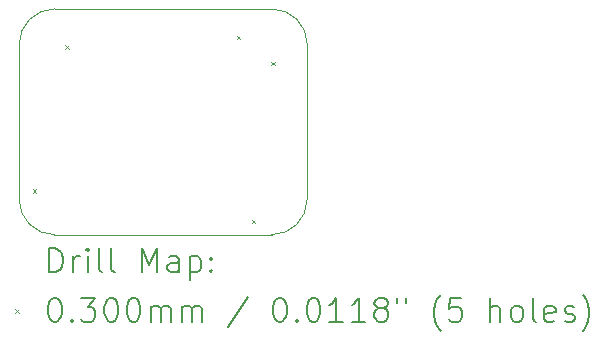
<source format=gbr>
%TF.GenerationSoftware,KiCad,Pcbnew,8.0.3*%
%TF.CreationDate,2025-03-09T13:34:37-05:00*%
%TF.ProjectId,HearingAid_RightV3,48656172-696e-4674-9169-645f52696768,rev?*%
%TF.SameCoordinates,Original*%
%TF.FileFunction,Drillmap*%
%TF.FilePolarity,Positive*%
%FSLAX45Y45*%
G04 Gerber Fmt 4.5, Leading zero omitted, Abs format (unit mm)*
G04 Created by KiCad (PCBNEW 8.0.3) date 2025-03-09 13:34:37*
%MOMM*%
%LPD*%
G01*
G04 APERTURE LIST*
%ADD10C,0.100000*%
%ADD11C,0.200000*%
G04 APERTURE END LIST*
D10*
X12504736Y-6095000D02*
X12504736Y-6095000D01*
G75*
G02*
X12804736Y-6395000I4J-300000D01*
G01*
X12803736Y-7706736D01*
G75*
G02*
X12503736Y-8006736I-299996J-4D01*
G01*
X10664202Y-8006202D01*
G75*
G02*
X10364868Y-7706868I-2J299332D01*
G01*
X10365000Y-6395000D01*
G75*
G02*
X10665000Y-6095000I300000J0D01*
G01*
X12504736Y-6095000D01*
D11*
D10*
X10480000Y-7620000D02*
X10510000Y-7650000D01*
X10510000Y-7620000D02*
X10480000Y-7650000D01*
X10755000Y-6403000D02*
X10785000Y-6433000D01*
X10785000Y-6403000D02*
X10755000Y-6433000D01*
X12207000Y-6323000D02*
X12237000Y-6353000D01*
X12237000Y-6323000D02*
X12207000Y-6353000D01*
X12333000Y-7878000D02*
X12363000Y-7908000D01*
X12363000Y-7878000D02*
X12333000Y-7908000D01*
X12500000Y-6542000D02*
X12530000Y-6572000D01*
X12530000Y-6542000D02*
X12500000Y-6572000D01*
D11*
X10620645Y-8323220D02*
X10620645Y-8123220D01*
X10620645Y-8123220D02*
X10668264Y-8123220D01*
X10668264Y-8123220D02*
X10696835Y-8132744D01*
X10696835Y-8132744D02*
X10715883Y-8151791D01*
X10715883Y-8151791D02*
X10725407Y-8170839D01*
X10725407Y-8170839D02*
X10734931Y-8208934D01*
X10734931Y-8208934D02*
X10734931Y-8237505D01*
X10734931Y-8237505D02*
X10725407Y-8275601D01*
X10725407Y-8275601D02*
X10715883Y-8294648D01*
X10715883Y-8294648D02*
X10696835Y-8313696D01*
X10696835Y-8313696D02*
X10668264Y-8323220D01*
X10668264Y-8323220D02*
X10620645Y-8323220D01*
X10820645Y-8323220D02*
X10820645Y-8189886D01*
X10820645Y-8227982D02*
X10830169Y-8208934D01*
X10830169Y-8208934D02*
X10839692Y-8199410D01*
X10839692Y-8199410D02*
X10858740Y-8189886D01*
X10858740Y-8189886D02*
X10877788Y-8189886D01*
X10944454Y-8323220D02*
X10944454Y-8189886D01*
X10944454Y-8123220D02*
X10934931Y-8132744D01*
X10934931Y-8132744D02*
X10944454Y-8142267D01*
X10944454Y-8142267D02*
X10953978Y-8132744D01*
X10953978Y-8132744D02*
X10944454Y-8123220D01*
X10944454Y-8123220D02*
X10944454Y-8142267D01*
X11068264Y-8323220D02*
X11049216Y-8313696D01*
X11049216Y-8313696D02*
X11039692Y-8294648D01*
X11039692Y-8294648D02*
X11039692Y-8123220D01*
X11173026Y-8323220D02*
X11153978Y-8313696D01*
X11153978Y-8313696D02*
X11144454Y-8294648D01*
X11144454Y-8294648D02*
X11144454Y-8123220D01*
X11401597Y-8323220D02*
X11401597Y-8123220D01*
X11401597Y-8123220D02*
X11468264Y-8266077D01*
X11468264Y-8266077D02*
X11534930Y-8123220D01*
X11534930Y-8123220D02*
X11534930Y-8323220D01*
X11715883Y-8323220D02*
X11715883Y-8218458D01*
X11715883Y-8218458D02*
X11706359Y-8199410D01*
X11706359Y-8199410D02*
X11687311Y-8189886D01*
X11687311Y-8189886D02*
X11649216Y-8189886D01*
X11649216Y-8189886D02*
X11630169Y-8199410D01*
X11715883Y-8313696D02*
X11696835Y-8323220D01*
X11696835Y-8323220D02*
X11649216Y-8323220D01*
X11649216Y-8323220D02*
X11630169Y-8313696D01*
X11630169Y-8313696D02*
X11620645Y-8294648D01*
X11620645Y-8294648D02*
X11620645Y-8275601D01*
X11620645Y-8275601D02*
X11630169Y-8256553D01*
X11630169Y-8256553D02*
X11649216Y-8247029D01*
X11649216Y-8247029D02*
X11696835Y-8247029D01*
X11696835Y-8247029D02*
X11715883Y-8237505D01*
X11811121Y-8189886D02*
X11811121Y-8389886D01*
X11811121Y-8199410D02*
X11830169Y-8189886D01*
X11830169Y-8189886D02*
X11868264Y-8189886D01*
X11868264Y-8189886D02*
X11887311Y-8199410D01*
X11887311Y-8199410D02*
X11896835Y-8208934D01*
X11896835Y-8208934D02*
X11906359Y-8227982D01*
X11906359Y-8227982D02*
X11906359Y-8285124D01*
X11906359Y-8285124D02*
X11896835Y-8304172D01*
X11896835Y-8304172D02*
X11887311Y-8313696D01*
X11887311Y-8313696D02*
X11868264Y-8323220D01*
X11868264Y-8323220D02*
X11830169Y-8323220D01*
X11830169Y-8323220D02*
X11811121Y-8313696D01*
X11992073Y-8304172D02*
X12001597Y-8313696D01*
X12001597Y-8313696D02*
X11992073Y-8323220D01*
X11992073Y-8323220D02*
X11982550Y-8313696D01*
X11982550Y-8313696D02*
X11992073Y-8304172D01*
X11992073Y-8304172D02*
X11992073Y-8323220D01*
X11992073Y-8199410D02*
X12001597Y-8208934D01*
X12001597Y-8208934D02*
X11992073Y-8218458D01*
X11992073Y-8218458D02*
X11982550Y-8208934D01*
X11982550Y-8208934D02*
X11992073Y-8199410D01*
X11992073Y-8199410D02*
X11992073Y-8218458D01*
D10*
X10329868Y-8636736D02*
X10359868Y-8666736D01*
X10359868Y-8636736D02*
X10329868Y-8666736D01*
D11*
X10658740Y-8543220D02*
X10677788Y-8543220D01*
X10677788Y-8543220D02*
X10696835Y-8552744D01*
X10696835Y-8552744D02*
X10706359Y-8562267D01*
X10706359Y-8562267D02*
X10715883Y-8581315D01*
X10715883Y-8581315D02*
X10725407Y-8619410D01*
X10725407Y-8619410D02*
X10725407Y-8667029D01*
X10725407Y-8667029D02*
X10715883Y-8705125D01*
X10715883Y-8705125D02*
X10706359Y-8724172D01*
X10706359Y-8724172D02*
X10696835Y-8733696D01*
X10696835Y-8733696D02*
X10677788Y-8743220D01*
X10677788Y-8743220D02*
X10658740Y-8743220D01*
X10658740Y-8743220D02*
X10639692Y-8733696D01*
X10639692Y-8733696D02*
X10630169Y-8724172D01*
X10630169Y-8724172D02*
X10620645Y-8705125D01*
X10620645Y-8705125D02*
X10611121Y-8667029D01*
X10611121Y-8667029D02*
X10611121Y-8619410D01*
X10611121Y-8619410D02*
X10620645Y-8581315D01*
X10620645Y-8581315D02*
X10630169Y-8562267D01*
X10630169Y-8562267D02*
X10639692Y-8552744D01*
X10639692Y-8552744D02*
X10658740Y-8543220D01*
X10811121Y-8724172D02*
X10820645Y-8733696D01*
X10820645Y-8733696D02*
X10811121Y-8743220D01*
X10811121Y-8743220D02*
X10801597Y-8733696D01*
X10801597Y-8733696D02*
X10811121Y-8724172D01*
X10811121Y-8724172D02*
X10811121Y-8743220D01*
X10887312Y-8543220D02*
X11011121Y-8543220D01*
X11011121Y-8543220D02*
X10944454Y-8619410D01*
X10944454Y-8619410D02*
X10973026Y-8619410D01*
X10973026Y-8619410D02*
X10992073Y-8628934D01*
X10992073Y-8628934D02*
X11001597Y-8638458D01*
X11001597Y-8638458D02*
X11011121Y-8657506D01*
X11011121Y-8657506D02*
X11011121Y-8705125D01*
X11011121Y-8705125D02*
X11001597Y-8724172D01*
X11001597Y-8724172D02*
X10992073Y-8733696D01*
X10992073Y-8733696D02*
X10973026Y-8743220D01*
X10973026Y-8743220D02*
X10915883Y-8743220D01*
X10915883Y-8743220D02*
X10896835Y-8733696D01*
X10896835Y-8733696D02*
X10887312Y-8724172D01*
X11134931Y-8543220D02*
X11153978Y-8543220D01*
X11153978Y-8543220D02*
X11173026Y-8552744D01*
X11173026Y-8552744D02*
X11182550Y-8562267D01*
X11182550Y-8562267D02*
X11192073Y-8581315D01*
X11192073Y-8581315D02*
X11201597Y-8619410D01*
X11201597Y-8619410D02*
X11201597Y-8667029D01*
X11201597Y-8667029D02*
X11192073Y-8705125D01*
X11192073Y-8705125D02*
X11182550Y-8724172D01*
X11182550Y-8724172D02*
X11173026Y-8733696D01*
X11173026Y-8733696D02*
X11153978Y-8743220D01*
X11153978Y-8743220D02*
X11134931Y-8743220D01*
X11134931Y-8743220D02*
X11115883Y-8733696D01*
X11115883Y-8733696D02*
X11106359Y-8724172D01*
X11106359Y-8724172D02*
X11096835Y-8705125D01*
X11096835Y-8705125D02*
X11087312Y-8667029D01*
X11087312Y-8667029D02*
X11087312Y-8619410D01*
X11087312Y-8619410D02*
X11096835Y-8581315D01*
X11096835Y-8581315D02*
X11106359Y-8562267D01*
X11106359Y-8562267D02*
X11115883Y-8552744D01*
X11115883Y-8552744D02*
X11134931Y-8543220D01*
X11325407Y-8543220D02*
X11344454Y-8543220D01*
X11344454Y-8543220D02*
X11363502Y-8552744D01*
X11363502Y-8552744D02*
X11373026Y-8562267D01*
X11373026Y-8562267D02*
X11382550Y-8581315D01*
X11382550Y-8581315D02*
X11392073Y-8619410D01*
X11392073Y-8619410D02*
X11392073Y-8667029D01*
X11392073Y-8667029D02*
X11382550Y-8705125D01*
X11382550Y-8705125D02*
X11373026Y-8724172D01*
X11373026Y-8724172D02*
X11363502Y-8733696D01*
X11363502Y-8733696D02*
X11344454Y-8743220D01*
X11344454Y-8743220D02*
X11325407Y-8743220D01*
X11325407Y-8743220D02*
X11306359Y-8733696D01*
X11306359Y-8733696D02*
X11296835Y-8724172D01*
X11296835Y-8724172D02*
X11287311Y-8705125D01*
X11287311Y-8705125D02*
X11277788Y-8667029D01*
X11277788Y-8667029D02*
X11277788Y-8619410D01*
X11277788Y-8619410D02*
X11287311Y-8581315D01*
X11287311Y-8581315D02*
X11296835Y-8562267D01*
X11296835Y-8562267D02*
X11306359Y-8552744D01*
X11306359Y-8552744D02*
X11325407Y-8543220D01*
X11477788Y-8743220D02*
X11477788Y-8609886D01*
X11477788Y-8628934D02*
X11487311Y-8619410D01*
X11487311Y-8619410D02*
X11506359Y-8609886D01*
X11506359Y-8609886D02*
X11534931Y-8609886D01*
X11534931Y-8609886D02*
X11553978Y-8619410D01*
X11553978Y-8619410D02*
X11563502Y-8638458D01*
X11563502Y-8638458D02*
X11563502Y-8743220D01*
X11563502Y-8638458D02*
X11573026Y-8619410D01*
X11573026Y-8619410D02*
X11592073Y-8609886D01*
X11592073Y-8609886D02*
X11620645Y-8609886D01*
X11620645Y-8609886D02*
X11639692Y-8619410D01*
X11639692Y-8619410D02*
X11649216Y-8638458D01*
X11649216Y-8638458D02*
X11649216Y-8743220D01*
X11744454Y-8743220D02*
X11744454Y-8609886D01*
X11744454Y-8628934D02*
X11753978Y-8619410D01*
X11753978Y-8619410D02*
X11773026Y-8609886D01*
X11773026Y-8609886D02*
X11801597Y-8609886D01*
X11801597Y-8609886D02*
X11820645Y-8619410D01*
X11820645Y-8619410D02*
X11830169Y-8638458D01*
X11830169Y-8638458D02*
X11830169Y-8743220D01*
X11830169Y-8638458D02*
X11839692Y-8619410D01*
X11839692Y-8619410D02*
X11858740Y-8609886D01*
X11858740Y-8609886D02*
X11887311Y-8609886D01*
X11887311Y-8609886D02*
X11906359Y-8619410D01*
X11906359Y-8619410D02*
X11915883Y-8638458D01*
X11915883Y-8638458D02*
X11915883Y-8743220D01*
X12306359Y-8533696D02*
X12134931Y-8790839D01*
X12563502Y-8543220D02*
X12582550Y-8543220D01*
X12582550Y-8543220D02*
X12601597Y-8552744D01*
X12601597Y-8552744D02*
X12611121Y-8562267D01*
X12611121Y-8562267D02*
X12620645Y-8581315D01*
X12620645Y-8581315D02*
X12630169Y-8619410D01*
X12630169Y-8619410D02*
X12630169Y-8667029D01*
X12630169Y-8667029D02*
X12620645Y-8705125D01*
X12620645Y-8705125D02*
X12611121Y-8724172D01*
X12611121Y-8724172D02*
X12601597Y-8733696D01*
X12601597Y-8733696D02*
X12582550Y-8743220D01*
X12582550Y-8743220D02*
X12563502Y-8743220D01*
X12563502Y-8743220D02*
X12544454Y-8733696D01*
X12544454Y-8733696D02*
X12534931Y-8724172D01*
X12534931Y-8724172D02*
X12525407Y-8705125D01*
X12525407Y-8705125D02*
X12515883Y-8667029D01*
X12515883Y-8667029D02*
X12515883Y-8619410D01*
X12515883Y-8619410D02*
X12525407Y-8581315D01*
X12525407Y-8581315D02*
X12534931Y-8562267D01*
X12534931Y-8562267D02*
X12544454Y-8552744D01*
X12544454Y-8552744D02*
X12563502Y-8543220D01*
X12715883Y-8724172D02*
X12725407Y-8733696D01*
X12725407Y-8733696D02*
X12715883Y-8743220D01*
X12715883Y-8743220D02*
X12706359Y-8733696D01*
X12706359Y-8733696D02*
X12715883Y-8724172D01*
X12715883Y-8724172D02*
X12715883Y-8743220D01*
X12849216Y-8543220D02*
X12868264Y-8543220D01*
X12868264Y-8543220D02*
X12887312Y-8552744D01*
X12887312Y-8552744D02*
X12896835Y-8562267D01*
X12896835Y-8562267D02*
X12906359Y-8581315D01*
X12906359Y-8581315D02*
X12915883Y-8619410D01*
X12915883Y-8619410D02*
X12915883Y-8667029D01*
X12915883Y-8667029D02*
X12906359Y-8705125D01*
X12906359Y-8705125D02*
X12896835Y-8724172D01*
X12896835Y-8724172D02*
X12887312Y-8733696D01*
X12887312Y-8733696D02*
X12868264Y-8743220D01*
X12868264Y-8743220D02*
X12849216Y-8743220D01*
X12849216Y-8743220D02*
X12830169Y-8733696D01*
X12830169Y-8733696D02*
X12820645Y-8724172D01*
X12820645Y-8724172D02*
X12811121Y-8705125D01*
X12811121Y-8705125D02*
X12801597Y-8667029D01*
X12801597Y-8667029D02*
X12801597Y-8619410D01*
X12801597Y-8619410D02*
X12811121Y-8581315D01*
X12811121Y-8581315D02*
X12820645Y-8562267D01*
X12820645Y-8562267D02*
X12830169Y-8552744D01*
X12830169Y-8552744D02*
X12849216Y-8543220D01*
X13106359Y-8743220D02*
X12992074Y-8743220D01*
X13049216Y-8743220D02*
X13049216Y-8543220D01*
X13049216Y-8543220D02*
X13030169Y-8571791D01*
X13030169Y-8571791D02*
X13011121Y-8590839D01*
X13011121Y-8590839D02*
X12992074Y-8600363D01*
X13296835Y-8743220D02*
X13182550Y-8743220D01*
X13239693Y-8743220D02*
X13239693Y-8543220D01*
X13239693Y-8543220D02*
X13220645Y-8571791D01*
X13220645Y-8571791D02*
X13201597Y-8590839D01*
X13201597Y-8590839D02*
X13182550Y-8600363D01*
X13411121Y-8628934D02*
X13392074Y-8619410D01*
X13392074Y-8619410D02*
X13382550Y-8609886D01*
X13382550Y-8609886D02*
X13373026Y-8590839D01*
X13373026Y-8590839D02*
X13373026Y-8581315D01*
X13373026Y-8581315D02*
X13382550Y-8562267D01*
X13382550Y-8562267D02*
X13392074Y-8552744D01*
X13392074Y-8552744D02*
X13411121Y-8543220D01*
X13411121Y-8543220D02*
X13449216Y-8543220D01*
X13449216Y-8543220D02*
X13468264Y-8552744D01*
X13468264Y-8552744D02*
X13477788Y-8562267D01*
X13477788Y-8562267D02*
X13487312Y-8581315D01*
X13487312Y-8581315D02*
X13487312Y-8590839D01*
X13487312Y-8590839D02*
X13477788Y-8609886D01*
X13477788Y-8609886D02*
X13468264Y-8619410D01*
X13468264Y-8619410D02*
X13449216Y-8628934D01*
X13449216Y-8628934D02*
X13411121Y-8628934D01*
X13411121Y-8628934D02*
X13392074Y-8638458D01*
X13392074Y-8638458D02*
X13382550Y-8647982D01*
X13382550Y-8647982D02*
X13373026Y-8667029D01*
X13373026Y-8667029D02*
X13373026Y-8705125D01*
X13373026Y-8705125D02*
X13382550Y-8724172D01*
X13382550Y-8724172D02*
X13392074Y-8733696D01*
X13392074Y-8733696D02*
X13411121Y-8743220D01*
X13411121Y-8743220D02*
X13449216Y-8743220D01*
X13449216Y-8743220D02*
X13468264Y-8733696D01*
X13468264Y-8733696D02*
X13477788Y-8724172D01*
X13477788Y-8724172D02*
X13487312Y-8705125D01*
X13487312Y-8705125D02*
X13487312Y-8667029D01*
X13487312Y-8667029D02*
X13477788Y-8647982D01*
X13477788Y-8647982D02*
X13468264Y-8638458D01*
X13468264Y-8638458D02*
X13449216Y-8628934D01*
X13563502Y-8543220D02*
X13563502Y-8581315D01*
X13639693Y-8543220D02*
X13639693Y-8581315D01*
X13934931Y-8819410D02*
X13925407Y-8809886D01*
X13925407Y-8809886D02*
X13906359Y-8781315D01*
X13906359Y-8781315D02*
X13896836Y-8762267D01*
X13896836Y-8762267D02*
X13887312Y-8733696D01*
X13887312Y-8733696D02*
X13877788Y-8686077D01*
X13877788Y-8686077D02*
X13877788Y-8647982D01*
X13877788Y-8647982D02*
X13887312Y-8600363D01*
X13887312Y-8600363D02*
X13896836Y-8571791D01*
X13896836Y-8571791D02*
X13906359Y-8552744D01*
X13906359Y-8552744D02*
X13925407Y-8524172D01*
X13925407Y-8524172D02*
X13934931Y-8514648D01*
X14106359Y-8543220D02*
X14011121Y-8543220D01*
X14011121Y-8543220D02*
X14001597Y-8638458D01*
X14001597Y-8638458D02*
X14011121Y-8628934D01*
X14011121Y-8628934D02*
X14030169Y-8619410D01*
X14030169Y-8619410D02*
X14077788Y-8619410D01*
X14077788Y-8619410D02*
X14096836Y-8628934D01*
X14096836Y-8628934D02*
X14106359Y-8638458D01*
X14106359Y-8638458D02*
X14115883Y-8657506D01*
X14115883Y-8657506D02*
X14115883Y-8705125D01*
X14115883Y-8705125D02*
X14106359Y-8724172D01*
X14106359Y-8724172D02*
X14096836Y-8733696D01*
X14096836Y-8733696D02*
X14077788Y-8743220D01*
X14077788Y-8743220D02*
X14030169Y-8743220D01*
X14030169Y-8743220D02*
X14011121Y-8733696D01*
X14011121Y-8733696D02*
X14001597Y-8724172D01*
X14353978Y-8743220D02*
X14353978Y-8543220D01*
X14439693Y-8743220D02*
X14439693Y-8638458D01*
X14439693Y-8638458D02*
X14430169Y-8619410D01*
X14430169Y-8619410D02*
X14411121Y-8609886D01*
X14411121Y-8609886D02*
X14382550Y-8609886D01*
X14382550Y-8609886D02*
X14363502Y-8619410D01*
X14363502Y-8619410D02*
X14353978Y-8628934D01*
X14563502Y-8743220D02*
X14544455Y-8733696D01*
X14544455Y-8733696D02*
X14534931Y-8724172D01*
X14534931Y-8724172D02*
X14525407Y-8705125D01*
X14525407Y-8705125D02*
X14525407Y-8647982D01*
X14525407Y-8647982D02*
X14534931Y-8628934D01*
X14534931Y-8628934D02*
X14544455Y-8619410D01*
X14544455Y-8619410D02*
X14563502Y-8609886D01*
X14563502Y-8609886D02*
X14592074Y-8609886D01*
X14592074Y-8609886D02*
X14611121Y-8619410D01*
X14611121Y-8619410D02*
X14620645Y-8628934D01*
X14620645Y-8628934D02*
X14630169Y-8647982D01*
X14630169Y-8647982D02*
X14630169Y-8705125D01*
X14630169Y-8705125D02*
X14620645Y-8724172D01*
X14620645Y-8724172D02*
X14611121Y-8733696D01*
X14611121Y-8733696D02*
X14592074Y-8743220D01*
X14592074Y-8743220D02*
X14563502Y-8743220D01*
X14744455Y-8743220D02*
X14725407Y-8733696D01*
X14725407Y-8733696D02*
X14715883Y-8714648D01*
X14715883Y-8714648D02*
X14715883Y-8543220D01*
X14896836Y-8733696D02*
X14877788Y-8743220D01*
X14877788Y-8743220D02*
X14839693Y-8743220D01*
X14839693Y-8743220D02*
X14820645Y-8733696D01*
X14820645Y-8733696D02*
X14811121Y-8714648D01*
X14811121Y-8714648D02*
X14811121Y-8638458D01*
X14811121Y-8638458D02*
X14820645Y-8619410D01*
X14820645Y-8619410D02*
X14839693Y-8609886D01*
X14839693Y-8609886D02*
X14877788Y-8609886D01*
X14877788Y-8609886D02*
X14896836Y-8619410D01*
X14896836Y-8619410D02*
X14906359Y-8638458D01*
X14906359Y-8638458D02*
X14906359Y-8657506D01*
X14906359Y-8657506D02*
X14811121Y-8676553D01*
X14982550Y-8733696D02*
X15001598Y-8743220D01*
X15001598Y-8743220D02*
X15039693Y-8743220D01*
X15039693Y-8743220D02*
X15058740Y-8733696D01*
X15058740Y-8733696D02*
X15068264Y-8714648D01*
X15068264Y-8714648D02*
X15068264Y-8705125D01*
X15068264Y-8705125D02*
X15058740Y-8686077D01*
X15058740Y-8686077D02*
X15039693Y-8676553D01*
X15039693Y-8676553D02*
X15011121Y-8676553D01*
X15011121Y-8676553D02*
X14992074Y-8667029D01*
X14992074Y-8667029D02*
X14982550Y-8647982D01*
X14982550Y-8647982D02*
X14982550Y-8638458D01*
X14982550Y-8638458D02*
X14992074Y-8619410D01*
X14992074Y-8619410D02*
X15011121Y-8609886D01*
X15011121Y-8609886D02*
X15039693Y-8609886D01*
X15039693Y-8609886D02*
X15058740Y-8619410D01*
X15134931Y-8819410D02*
X15144455Y-8809886D01*
X15144455Y-8809886D02*
X15163502Y-8781315D01*
X15163502Y-8781315D02*
X15173026Y-8762267D01*
X15173026Y-8762267D02*
X15182550Y-8733696D01*
X15182550Y-8733696D02*
X15192074Y-8686077D01*
X15192074Y-8686077D02*
X15192074Y-8647982D01*
X15192074Y-8647982D02*
X15182550Y-8600363D01*
X15182550Y-8600363D02*
X15173026Y-8571791D01*
X15173026Y-8571791D02*
X15163502Y-8552744D01*
X15163502Y-8552744D02*
X15144455Y-8524172D01*
X15144455Y-8524172D02*
X15134931Y-8514648D01*
M02*

</source>
